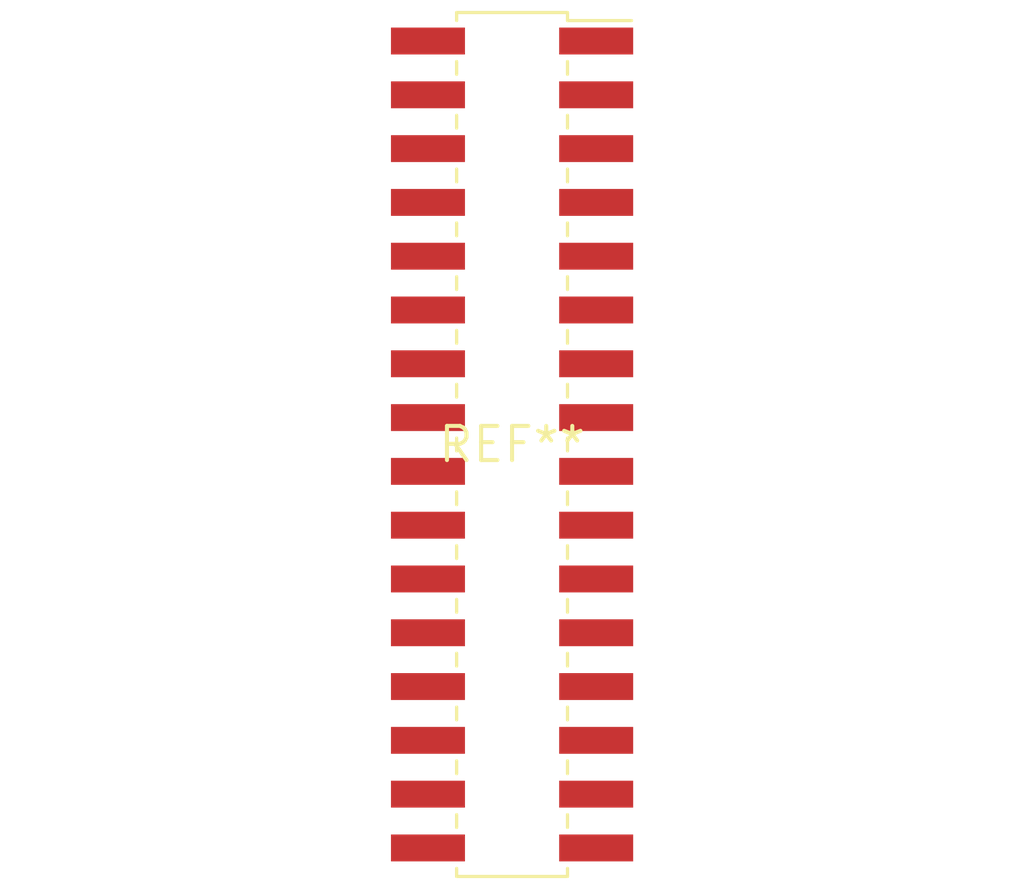
<source format=kicad_pcb>
(kicad_pcb (version 20240108) (generator pcbnew)
  (layers (0 "F.Cu" signal) (31 "B.Cu" signal) (34 "B.Paste" user) (35 "F.Paste" user) (36 "B.SilkS" user "B.Silkscreen") (37 "F.SilkS" user "F.Silkscreen") (38 "B.Mask" user) (39 "F.Mask" user) (44 "Edge.Cuts" user))
  (net 0 "")
  (footprint "PinSocket_2x16_P2.00mm_Vertical_SMD" (layer "F.Cu") (at 0 0)
    (property "Reference" "REF**")
    (property "Value" "PinSocket_2x16_P2.00mm_Vertical_SMD")
    (fp_line (start -2.06 -16.06) (end -2.06 -15.76) (layer "F.SilkS") (stroke (width 0.12)))
    (fp_line (start -2.06 -16.06) (end 2.06 -16.06) (layer "F.SilkS") (stroke (width 0.12)))
    (fp_line (start -2.06 -14.24) (end -2.06 -13.76) (layer "F.SilkS") (stroke (width 0.12)))
    (fp_line (start -2.06 -12.24) (end -2.06 -11.76) (layer "F.SilkS") (stroke (width 0.12)))
    (fp_line (start -2.06 -10.24) (end -2.06 -9.76) (layer "F.SilkS") (stroke (width 0.12)))
    (fp_line (start -2.06 -8.24) (end -2.06 -7.76) (layer "F.SilkS") (stroke (width 0.12)))
    (fp_line (start -2.06 -6.24) (end -2.06 -5.76) (layer "F.SilkS") (stroke (width 0.12)))
    (fp_line (start -2.06 -4.24) (end -2.06 -3.76) (layer "F.SilkS") (stroke (width 0.12)))
    (fp_line (start -2.06 -2.24) (end -2.06 -1.76) (layer "F.SilkS") (stroke (width 0.12)))
    (fp_line (start -2.06 -0.24) (end -2.06 0.24) (layer "F.SilkS") (stroke (width 0.12)))
    (fp_line (start -2.06 1.76) (end -2.06 2.24) (layer "F.SilkS") (stroke (width 0.12)))
    (fp_line (start -2.06 3.76) (end -2.06 4.24) (layer "F.SilkS") (stroke (width 0.12)))
    (fp_line (start -2.06 5.76) (end -2.06 6.24) (layer "F.SilkS") (stroke (width 0.12)))
    (fp_line (start -2.06 7.76) (end -2.06 8.24) (layer "F.SilkS") (stroke (width 0.12)))
    (fp_line (start -2.06 9.76) (end -2.06 10.24) (layer "F.SilkS") (stroke (width 0.12)))
    (fp_line (start -2.06 11.76) (end -2.06 12.24) (layer "F.SilkS") (stroke (width 0.12)))
    (fp_line (start -2.06 13.76) (end -2.06 14.24) (layer "F.SilkS") (stroke (width 0.12)))
    (fp_line (start -2.06 15.76) (end -2.06 16.06) (layer "F.SilkS") (stroke (width 0.12)))
    (fp_line (start -2.06 16.06) (end 2.06 16.06) (layer "F.SilkS") (stroke (width 0.12)))
    (fp_line (start 2.06 -16.06) (end 2.06 -15.76) (layer "F.SilkS") (stroke (width 0.12)))
    (fp_line (start 2.06 -15.76) (end 4.44 -15.76) (layer "F.SilkS") (stroke (width 0.12)))
    (fp_line (start 2.06 -14.24) (end 2.06 -13.76) (layer "F.SilkS") (stroke (width 0.12)))
    (fp_line (start 2.06 -12.24) (end 2.06 -11.76) (layer "F.SilkS") (stroke (width 0.12)))
    (fp_line (start 2.06 -10.24) (end 2.06 -9.76) (layer "F.SilkS") (stroke (width 0.12)))
    (fp_line (start 2.06 -8.24) (end 2.06 -7.76) (layer "F.SilkS") (stroke (width 0.12)))
    (fp_line (start 2.06 -6.24) (end 2.06 -5.76) (layer "F.SilkS") (stroke (width 0.12)))
    (fp_line (start 2.06 -4.24) (end 2.06 -3.76) (layer "F.SilkS") (stroke (width 0.12)))
    (fp_line (start 2.06 -2.24) (end 2.06 -1.76) (layer "F.SilkS") (stroke (width 0.12)))
    (fp_line (start 2.06 -0.24) (end 2.06 0.24) (layer "F.SilkS") (stroke (width 0.12)))
    (fp_line (start 2.06 1.76) (end 2.06 2.24) (layer "F.SilkS") (stroke (width 0.12)))
    (fp_line (start 2.06 3.76) (end 2.06 4.24) (layer "F.SilkS") (stroke (width 0.12)))
    (fp_line (start 2.06 5.76) (end 2.06 6.24) (layer "F.SilkS") (stroke (width 0.12)))
    (fp_line (start 2.06 7.76) (end 2.06 8.24) (layer "F.SilkS") (stroke (width 0.12)))
    (fp_line (start 2.06 9.76) (end 2.06 10.24) (layer "F.SilkS") (stroke (width 0.12)))
    (fp_line (start 2.06 11.76) (end 2.06 12.24) (layer "F.SilkS") (stroke (width 0.12)))
    (fp_line (start 2.06 13.76) (end 2.06 14.24) (layer "F.SilkS") (stroke (width 0.12)))
    (fp_line (start 2.06 15.76) (end 2.06 16.06) (layer "F.SilkS") (stroke (width 0.12)))
    (pad "1" smd rect (at 3.125 -15) (size 2.75 1) (layers "F.Cu" "F.Paste" "F.Mask"))
    (pad "2" smd rect (at -3.125 -15) (size 2.75 1) (layers "F.Cu" "F.Paste" "F.Mask"))
    (pad "3" smd rect (at 3.125 -13) (size 2.75 1) (layers "F.Cu" "F.Paste" "F.Mask"))
    (pad "4" smd rect (at -3.125 -13) (size 2.75 1) (layers "F.Cu" "F.Paste" "F.Mask"))
    (pad "5" smd rect (at 3.125 -11) (size 2.75 1) (layers "F.Cu" "F.Paste" "F.Mask"))
    (pad "6" smd rect (at -3.125 -11) (size 2.75 1) (layers "F.Cu" "F.Paste" "F.Mask"))
    (pad "7" smd rect (at 3.125 -9) (size 2.75 1) (layers "F.Cu" "F.Paste" "F.Mask"))
    (pad "8" smd rect (at -3.125 -9) (size 2.75 1) (layers "F.Cu" "F.Paste" "F.Mask"))
    (pad "9" smd rect (at 3.125 -7) (size 2.75 1) (layers "F.Cu" "F.Paste" "F.Mask"))
    (pad "10" smd rect (at -3.125 -7) (size 2.75 1) (layers "F.Cu" "F.Paste" "F.Mask"))
    (pad "11" smd rect (at 3.125 -5) (size 2.75 1) (layers "F.Cu" "F.Paste" "F.Mask"))
    (pad "12" smd rect (at -3.125 -5) (size 2.75 1) (layers "F.Cu" "F.Paste" "F.Mask"))
    (pad "13" smd rect (at 3.125 -3) (size 2.75 1) (layers "F.Cu" "F.Paste" "F.Mask"))
    (pad "14" smd rect (at -3.125 -3) (size 2.75 1) (layers "F.Cu" "F.Paste" "F.Mask"))
    (pad "15" smd rect (at 3.125 -1) (size 2.75 1) (layers "F.Cu" "F.Paste" "F.Mask"))
    (pad "16" smd rect (at -3.125 -1) (size 2.75 1) (layers "F.Cu" "F.Paste" "F.Mask"))
    (pad "17" smd rect (at 3.125 1) (size 2.75 1) (layers "F.Cu" "F.Paste" "F.Mask"))
    (pad "18" smd rect (at -3.125 1) (size 2.75 1) (layers "F.Cu" "F.Paste" "F.Mask"))
    (pad "19" smd rect (at 3.125 3) (size 2.75 1) (layers "F.Cu" "F.Paste" "F.Mask"))
    (pad "20" smd rect (at -3.125 3) (size 2.75 1) (layers "F.Cu" "F.Paste" "F.Mask"))
    (pad "21" smd rect (at 3.125 5) (size 2.75 1) (layers "F.Cu" "F.Paste" "F.Mask"))
    (pad "22" smd rect (at -3.125 5) (size 2.75 1) (layers "F.Cu" "F.Paste" "F.Mask"))
    (pad "23" smd rect (at 3.125 7) (size 2.75 1) (layers "F.Cu" "F.Paste" "F.Mask"))
    (pad "24" smd rect (at -3.125 7) (size 2.75 1) (layers "F.Cu" "F.Paste" "F.Mask"))
    (pad "25" smd rect (at 3.125 9) (size 2.75 1) (layers "F.Cu" "F.Paste" "F.Mask"))
    (pad "26" smd rect (at -3.125 9) (size 2.75 1) (layers "F.Cu" "F.Paste" "F.Mask"))
    (pad "27" smd rect (at 3.125 11) (size 2.75 1) (layers "F.Cu" "F.Paste" "F.Mask"))
    (pad "28" smd rect (at -3.125 11) (size 2.75 1) (layers "F.Cu" "F.Paste" "F.Mask"))
    (pad "29" smd rect (at 3.125 13) (size 2.75 1) (layers "F.Cu" "F.Paste" "F.Mask"))
    (pad "30" smd rect (at -3.125 13) (size 2.75 1) (layers "F.Cu" "F.Paste" "F.Mask"))
    (pad "31" smd rect (at 3.125 15) (size 2.75 1) (layers "F.Cu" "F.Paste" "F.Mask"))
    (pad "32" smd rect (at -3.125 15) (size 2.75 1) (layers "F.Cu" "F.Paste" "F.Mask"))
  )
)
</source>
